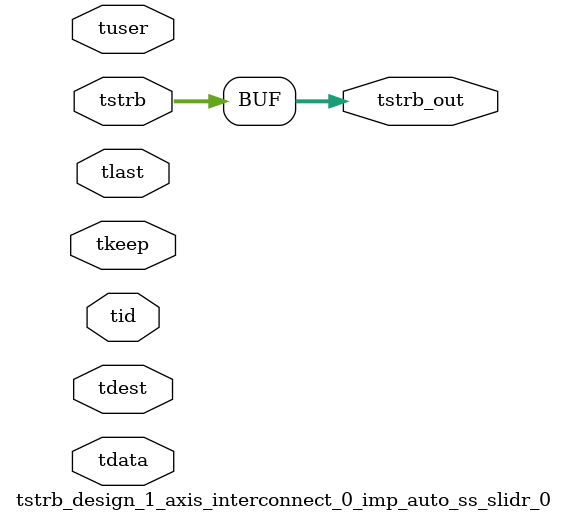
<source format=v>


`timescale 1ps/1ps

module tstrb_design_1_axis_interconnect_0_imp_auto_ss_slidr_0 #
(
parameter C_S_AXIS_TDATA_WIDTH = 32,
parameter C_S_AXIS_TUSER_WIDTH = 0,
parameter C_S_AXIS_TID_WIDTH   = 0,
parameter C_S_AXIS_TDEST_WIDTH = 0,
parameter C_M_AXIS_TDATA_WIDTH = 32
)
(
input  [(C_S_AXIS_TDATA_WIDTH == 0 ? 1 : C_S_AXIS_TDATA_WIDTH)-1:0     ] tdata,
input  [(C_S_AXIS_TUSER_WIDTH == 0 ? 1 : C_S_AXIS_TUSER_WIDTH)-1:0     ] tuser,
input  [(C_S_AXIS_TID_WIDTH   == 0 ? 1 : C_S_AXIS_TID_WIDTH)-1:0       ] tid,
input  [(C_S_AXIS_TDEST_WIDTH == 0 ? 1 : C_S_AXIS_TDEST_WIDTH)-1:0     ] tdest,
input  [(C_S_AXIS_TDATA_WIDTH/8)-1:0 ] tkeep,
input  [(C_S_AXIS_TDATA_WIDTH/8)-1:0 ] tstrb,
input                                                                    tlast,
output [(C_M_AXIS_TDATA_WIDTH/8)-1:0 ] tstrb_out
);

assign tstrb_out = {tstrb[7:0]};

endmodule


</source>
